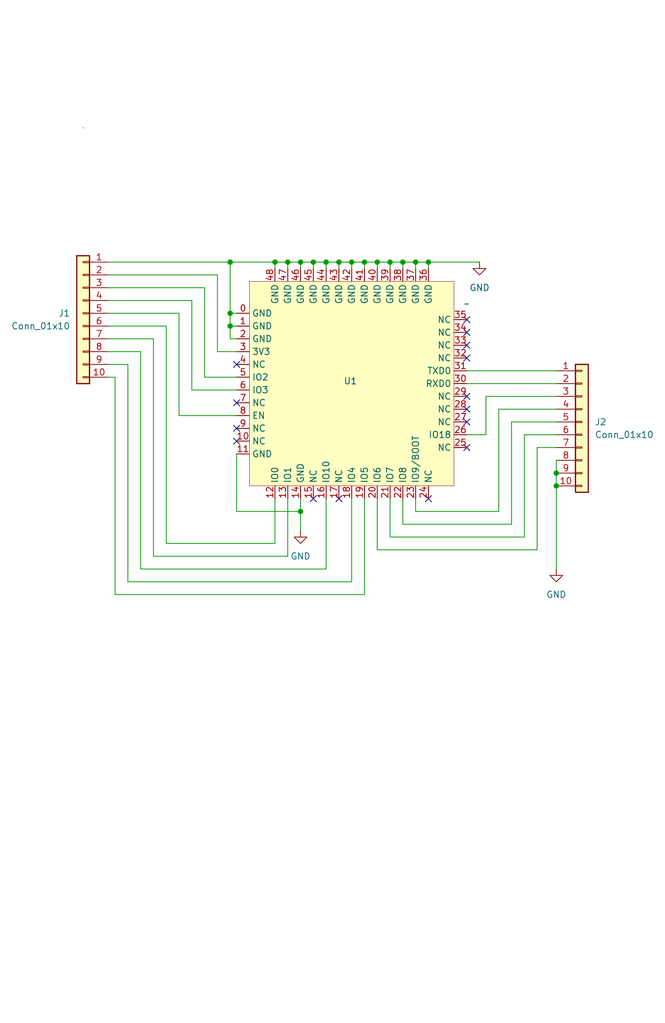
<source format=kicad_sch>
(kicad_sch (version 20231120) (generator "eeschema") (generator_version "8.0")
  (paper "User" 132.08 203.2)
  (lib_symbols
    (symbol "Connector_Generic:Conn_01x10" (pin_names (offset 1.016) hide)
      (property "Reference" "J" (at 0 12.7 0))
      (property "Value" "Conn_01x10" (at 0 -15.24 0))
      (symbol "Conn_01x10_1_1"
        (rectangle (start -1.27 -12.573) (end 0 -12.827) (stroke (width 0.1524)))
        (rectangle (start -1.27 -10.033) (end 0 -10.287) (stroke (width 0.1524)))
        (rectangle (start -1.27 -7.493) (end 0 -7.747) (stroke (width 0.1524)))
        (rectangle (start -1.27 -4.953) (end 0 -5.207) (stroke (width 0.1524)))
        (rectangle (start -1.27 -2.413) (end 0 -2.667) (stroke (width 0.1524)))
        (rectangle (start -1.27 0.127) (end 0 -0.127) (stroke (width 0.1524)))
        (rectangle (start -1.27 2.667) (end 0 2.413) (stroke (width 0.1524)))
        (rectangle (start -1.27 5.207) (end 0 4.953) (stroke (width 0.1524)))
        (rectangle (start -1.27 7.747) (end 0 7.493) (stroke (width 0.1524)))
        (rectangle (start -1.27 10.287) (end 0 10.033) (stroke (width 0.1524)))
        (rectangle (start -1.27 11.43) (end 1.27 -13.97) (stroke (width 0.254)) (fill (type background)))
        (pin passive line (at -5.08 10.16 0) (length 3.81) (name "Pin_1") (number "1"))
        (pin passive line (at -5.08 -12.7 0) (length 3.81) (name "Pin_10") (number "10"))
        (pin passive line (at -5.08 7.62 0) (length 3.81) (name "Pin_2") (number "2"))
        (pin passive line (at -5.08 5.08 0) (length 3.81) (name "Pin_3") (number "3"))
        (pin passive line (at -5.08 2.54 0) (length 3.81) (name "Pin_4") (number "4"))
        (pin passive line (at -5.08 0 0) (length 3.81) (name "Pin_5") (number "5"))
        (pin passive line (at -5.08 -2.54 0) (length 3.81) (name "Pin_6") (number "6"))
        (pin passive line (at -5.08 -5.08 0) (length 3.81) (name "Pin_7") (number "7"))
        (pin passive line (at -5.08 -7.62 0) (length 3.81) (name "Pin_8") (number "8"))
        (pin passive line (at -5.08 -10.16 0) (length 3.81) (name "Pin_9") (number "9"))
      )
    )
    (symbol "ILO_sym:Espressif_ESP8684_mini"
      (property "Reference" "U" (at 0 2.54 0))
      (symbol "Espressif_ESP8684_mini_1_1"
        (rectangle (start -20.32 20.32) (end 20.32 -20.32) (stroke (width 0.0762)) (fill (type background)))
        (pin input line (at -22.86 13.97 0) (length 2.54) (name "GND") (number "0"))
        (pin input line (at -22.86 11.43 0) (length 2.54) (name "GND") (number "1"))
        (pin input line (at -22.86 -11.43 0) (length 2.54) (name "NC") (number "10"))
        (pin input line (at -22.86 -13.97 0) (length 2.54) (name "GND") (number "11"))
        (pin input line (at -15.24 -22.86 90) (length 2.54) (name "IO0") (number "12"))
        (pin input line (at -12.7 -22.86 90) (length 2.54) (name "IO1") (number "13"))
        (pin input line (at -10.16 -22.86 90) (length 2.54) (name "GND") (number "14"))
        (pin input line (at -7.62 -22.86 90) (length 2.54) (name "NC") (number "15"))
        (pin input line (at -5.08 -22.86 90) (length 2.54) (name "IO10") (number "16"))
        (pin input line (at -2.54 -22.86 90) (length 2.54) (name "NC") (number "17"))
        (pin input line (at 0 -22.86 90) (length 2.54) (name "IO4") (number "18"))
        (pin input line (at 2.54 -22.86 90) (length 2.54) (name "IO5") (number "19"))
        (pin input line (at -22.86 8.89 0) (length 2.54) (name "GND") (number "2"))
        (pin input line (at 5.08 -22.86 90) (length 2.54) (name "IO6") (number "20"))
        (pin input line (at 7.62 -22.86 90) (length 2.54) (name "IO7") (number "21"))
        (pin input line (at 10.16 -22.86 90) (length 2.54) (name "IO8") (number "22"))
        (pin input line (at 12.7 -22.86 90) (length 2.54) (name "IO9/BOOT") (number "23"))
        (pin input line (at 15.24 -22.86 90) (length 2.54) (name "NC") (number "24"))
        (pin input line (at 22.86 -12.7 180) (length 2.54) (name "NC") (number "25"))
        (pin input line (at 22.86 -10.16 180) (length 2.54) (name "IO18") (number "26"))
        (pin input line (at 22.86 -7.62 180) (length 2.54) (name "NC") (number "27"))
        (pin input line (at 22.86 -5.08 180) (length 2.54) (name "NC") (number "28"))
        (pin input line (at 22.86 -2.54 180) (length 2.54) (name "NC") (number "29"))
        (pin input line (at -22.86 6.35 0) (length 2.54) (name "3V3") (number "3"))
        (pin input line (at 22.86 0 180) (length 2.54) (name "RXD0") (number "30"))
        (pin input line (at 22.86 2.54 180) (length 2.54) (name "TXD0") (number "31"))
        (pin input line (at 22.86 5.08 180) (length 2.54) (name "NC") (number "32"))
        (pin input line (at 22.86 7.62 180) (length 2.54) (name "NC") (number "33"))
        (pin input line (at 22.86 10.16 180) (length 2.54) (name "NC") (number "34"))
        (pin input line (at 22.86 12.7 180) (length 2.54) (name "NC") (number "35"))
        (pin input line (at 15.24 22.86 270) (length 2.54) (name "GND") (number "36"))
        (pin input line (at 12.7 22.86 270) (length 2.54) (name "GND") (number "37"))
        (pin input line (at 10.16 22.86 270) (length 2.54) (name "GND") (number "38"))
        (pin input line (at 7.62 22.86 270) (length 2.54) (name "GND") (number "39"))
        (pin input line (at -22.86 3.81 0) (length 2.54) (name "NC") (number "4"))
        (pin input line (at 5.08 22.86 270) (length 2.54) (name "GND") (number "40"))
        (pin input line (at 2.54 22.86 270) (length 2.54) (name "GND") (number "41"))
        (pin input line (at 0 22.86 270) (length 2.54) (name "GND") (number "42"))
        (pin input line (at -2.54 22.86 270) (length 2.54) (name "GND") (number "43"))
        (pin input line (at -5.08 22.86 270) (length 2.54) (name "GND") (number "44"))
        (pin input line (at -7.62 22.86 270) (length 2.54) (name "GND") (number "45"))
        (pin input line (at -10.16 22.86 270) (length 2.54) (name "GND") (number "46"))
        (pin input line (at -12.7 22.86 270) (length 2.54) (name "GND") (number "47"))
        (pin input line (at -15.24 22.86 270) (length 2.54) (name "GND") (number "48"))
        (pin input line (at -22.86 1.27 0) (length 2.54) (name "IO2") (number "5"))
        (pin input line (at -22.86 -1.27 0) (length 2.54) (name "IO3") (number "6"))
        (pin input line (at -22.86 -3.81 0) (length 2.54) (name "NC") (number "7"))
        (pin input line (at -22.86 -6.35 0) (length 2.54) (name "EN") (number "8"))
        (pin input line (at -22.86 -8.89 0) (length 2.54) (name "NC") (number "9"))
      )
    )
    (symbol "power:GND" (power) (pin_numbers hide) (pin_names (offset 0) hide)
      (property "Value" "GND" (at 0 -3.81 0))
      (symbol "GND_0_1"
        (polyline (pts (xy 0 0) (xy 0 -1.27) (xy 1.27 -1.27) (xy 0 -2.54) (xy -1.27 -1.27) (xy 0 -1.27)))
      )
      (symbol "GND_1_1"
        (pin power_in line (at 0 0 270) (length 0) (name "~") (number "1"))
      )
    )
  )
  (junction (at 54.61 52.07))
  (junction (at 82.55 52.07))
  (junction (at 67.31 52.07))
  (junction (at 85.09 52.07))
  (junction (at 72.39 52.07))
  (junction (at 59.69 101.6))
  (junction (at 80.01 52.07))
  (junction (at 45.72 52.07))
  (junction (at 110.49 96.52))
  (junction (at 110.49 93.98))
  (junction (at 57.15 52.07))
  (junction (at 74.93 52.07))
  (junction (at 45.72 62.23))
  (junction (at 64.77 52.07))
  (junction (at 45.72 64.77))
  (junction (at 59.69 52.07))
  (junction (at 77.47 52.07))
  (junction (at 69.85 52.07))
  (junction (at 62.23 52.07))
  (no_connect (at 46.99 87.63))
  (no_connect (at 46.99 72.39))
  (no_connect (at 92.71 68.58))
  (no_connect (at 92.71 71.12))
  (no_connect (at 46.99 80.01))
  (no_connect (at 62.23 99.06))
  (no_connect (at 92.71 78.74))
  (no_connect (at 92.71 66.04))
  (no_connect (at 92.71 83.82))
  (no_connect (at 92.71 81.28))
  (no_connect (at 85.09 99.06))
  (no_connect (at 92.71 63.5))
  (no_connect (at 46.99 85.09))
  (no_connect (at 67.31 99.06))
  (no_connect (at 92.71 88.9))
  (wire (pts (xy 92.71 86.36) (xy 96.52 86.36)))
  (wire (pts (xy 101.6 104.14) (xy 101.6 83.82)))
  (wire (pts (xy 64.77 99.06) (xy 64.77 113.03)))
  (wire (pts (xy 69.85 115.57) (xy 25.4 115.57)))
  (wire (pts (xy 54.61 107.95) (xy 33.02 107.95)))
  (wire (pts (xy 106.68 88.9) (xy 110.49 88.9)))
  (wire (pts (xy 45.72 67.31) (xy 45.72 64.77)))
  (wire (pts (xy 82.55 99.06) (xy 82.55 101.6)))
  (wire (pts (xy 46.99 77.47) (xy 38.1 77.47)))
  (wire (pts (xy 46.99 67.31) (xy 45.72 67.31)))
  (wire (pts (xy 99.06 81.28) (xy 110.49 81.28)))
  (wire (pts (xy 43.18 69.85) (xy 43.18 54.61)))
  (wire (pts (xy 67.31 52.07) (xy 64.77 52.07)))
  (wire (pts (xy 59.69 101.6) (xy 59.69 99.06)))
  (wire (pts (xy 80.01 52.07) (xy 77.47 52.07)))
  (wire (pts (xy 77.47 99.06) (xy 77.47 106.68)))
  (wire (pts (xy 62.23 52.07) (xy 59.69 52.07)))
  (wire (pts (xy 43.18 54.61) (xy 21.59 54.61)))
  (wire (pts (xy 59.69 52.07) (xy 57.15 52.07)))
  (wire (pts (xy 72.39 52.07) (xy 69.85 52.07)))
  (wire (pts (xy 99.06 101.6) (xy 99.06 81.28)))
  (wire (pts (xy 35.56 62.23) (xy 35.56 82.55)))
  (wire (pts (xy 45.72 62.23) (xy 45.72 52.07)))
  (wire (pts (xy 85.09 52.07) (xy 82.55 52.07)))
  (wire (pts (xy 59.69 105.41) (xy 59.69 101.6)))
  (wire (pts (xy 45.72 64.77) (xy 45.72 62.23)))
  (wire (pts (xy 82.55 101.6) (xy 99.06 101.6)))
  (wire (pts (xy 67.31 52.07) (xy 67.31 53.34)))
  (wire (pts (xy 57.15 52.07) (xy 54.61 52.07)))
  (wire (pts (xy 72.39 99.06) (xy 72.39 118.11)))
  (wire (pts (xy 64.77 52.07) (xy 62.23 52.07)))
  (wire (pts (xy 106.68 109.22) (xy 106.68 88.9)))
  (wire (pts (xy 57.15 99.06) (xy 57.15 110.49)))
  (wire (pts (xy 38.1 59.69) (xy 21.59 59.69)))
  (wire (pts (xy 33.02 107.95) (xy 33.02 64.77)))
  (wire (pts (xy 77.47 52.07) (xy 74.93 52.07)))
  (wire (pts (xy 40.64 74.93) (xy 46.99 74.93)))
  (wire (pts (xy 46.99 64.77) (xy 45.72 64.77)))
  (wire (pts (xy 72.39 118.11) (xy 22.86 118.11)))
  (wire (pts (xy 77.47 52.07) (xy 77.47 53.34)))
  (wire (pts (xy 80.01 52.07) (xy 80.01 53.34)))
  (wire (pts (xy 80.01 104.14) (xy 101.6 104.14)))
  (wire (pts (xy 46.99 69.85) (xy 43.18 69.85)))
  (wire (pts (xy 64.77 113.03) (xy 27.94 113.03)))
  (wire (pts (xy 69.85 52.07) (xy 67.31 52.07)))
  (wire (pts (xy 80.01 99.06) (xy 80.01 104.14)))
  (polyline (pts (xy 16.51 25.4) (xy 16.51 25.4)))
  (wire (pts (xy 104.14 106.68) (xy 104.14 86.36)))
  (wire (pts (xy 21.59 67.31) (xy 30.48 67.31)))
  (wire (pts (xy 62.23 52.07) (xy 62.23 53.34)))
  (wire (pts (xy 40.64 57.15) (xy 40.64 74.93)))
  (wire (pts (xy 22.86 118.11) (xy 22.86 74.93)))
  (wire (pts (xy 27.94 69.85) (xy 21.59 69.85)))
  (wire (pts (xy 57.15 52.07) (xy 57.15 53.34)))
  (wire (pts (xy 57.15 110.49) (xy 30.48 110.49)))
  (wire (pts (xy 35.56 82.55) (xy 46.99 82.55)))
  (wire (pts (xy 74.93 99.06) (xy 74.93 109.22)))
  (wire (pts (xy 21.59 72.39) (xy 25.4 72.39)))
  (wire (pts (xy 96.52 78.74) (xy 110.49 78.74)))
  (wire (pts (xy 77.47 106.68) (xy 104.14 106.68)))
  (wire (pts (xy 82.55 52.07) (xy 80.01 52.07)))
  (wire (pts (xy 59.69 52.07) (xy 59.69 53.34)))
  (wire (pts (xy 110.49 93.98) (xy 110.49 96.52)))
  (wire (pts (xy 25.4 115.57) (xy 25.4 72.39)))
  (wire (pts (xy 96.52 86.36) (xy 96.52 78.74)))
  (wire (pts (xy 82.55 52.07) (xy 82.55 53.34)))
  (wire (pts (xy 69.85 99.06) (xy 69.85 115.57)))
  (wire (pts (xy 46.99 62.23) (xy 45.72 62.23)))
  (wire (pts (xy 40.64 57.15) (xy 21.59 57.15)))
  (wire (pts (xy 110.49 96.52) (xy 110.49 113.03)))
  (wire (pts (xy 101.6 83.82) (xy 110.49 83.82)))
  (wire (pts (xy 30.48 110.49) (xy 30.48 67.31)))
  (wire (pts (xy 27.94 113.03) (xy 27.94 69.85)))
  (wire (pts (xy 54.61 99.06) (xy 54.61 107.95)))
  (wire (pts (xy 104.14 86.36) (xy 110.49 86.36)))
  (wire (pts (xy 46.99 90.17) (xy 46.99 101.6)))
  (wire (pts (xy 74.93 52.07) (xy 72.39 52.07)))
  (wire (pts (xy 74.93 52.07) (xy 74.93 53.34)))
  (wire (pts (xy 54.61 52.07) (xy 45.72 52.07)))
  (wire (pts (xy 85.09 52.07) (xy 85.09 53.34)))
  (wire (pts (xy 22.86 74.93) (xy 21.59 74.93)))
  (wire (pts (xy 33.02 64.77) (xy 21.59 64.77)))
  (wire (pts (xy 21.59 52.07) (xy 45.72 52.07)))
  (wire (pts (xy 35.56 62.23) (xy 21.59 62.23)))
  (wire (pts (xy 110.49 91.44) (xy 110.49 93.98)))
  (wire (pts (xy 64.77 52.07) (xy 64.77 53.34)))
  (wire (pts (xy 38.1 77.47) (xy 38.1 59.69)))
  (wire (pts (xy 54.61 52.07) (xy 54.61 53.34)))
  (wire (pts (xy 92.71 73.66) (xy 110.49 73.66)))
  (wire (pts (xy 69.85 52.07) (xy 69.85 53.34)))
  (wire (pts (xy 85.09 52.07) (xy 95.25 52.07)))
  (wire (pts (xy 72.39 52.07) (xy 72.39 53.34)))
  (wire (pts (xy 46.99 101.6) (xy 59.69 101.6)))
  (wire (pts (xy 74.93 109.22) (xy 106.68 109.22)))
  (wire (pts (xy 92.71 76.2) (xy 110.49 76.2)))
  (symbol (lib_id "Connector_Generic:Conn_01x10") (at 16.51 62.23 0) (mirror y) (unit 1)
    (property "Reference" "J1" (at 13.97 62.2299 0) (effects (justify left)))
    (property "Value" "Conn_01x10" (at 13.97 64.7699 0) (effects (justify left)))
    (property "Footprint" "Connector_PinHeader_2.54mm:PinHeader_1x10_P2.54mm_Vertical" (effects (hide yes)))
    (property "Description" "Generic connector, single row, 01x10, script generated (kicad-library-utils/schlib/autogen/connector/)" (effects (hide yes)))
  )
  (symbol (lib_id "ILO_sym:Espressif_ESP8684_mini") (at 69.85 76.2 0) (unit 1)
    (property "Reference" "U1" (at 69.596 75.692 0))
    (property "Value" "~" (at 92.71 60.3565 0))
    (property "Footprint" "ILO_fp:Espressif_ESP32_mini" (effects (hide yes)))
    (property "Export" "1" (effects (hide yes)))
    (property "LCSC" "C3013915" (effects (hide yes)))
    (property "Mount" "1" (effects (hide yes)))
  )
  (symbol (lib_id "Connector_Generic:Conn_01x10") (at 115.57 83.82 0) (unit 1)
    (property "Reference" "J2" (at 118.11 83.8199 0) (effects (justify left)))
    (property "Value" "Conn_01x10" (at 118.11 86.3599 0) (effects (justify left)))
    (property "Footprint" "Connector_PinHeader_2.54mm:PinHeader_1x10_P2.54mm_Vertical" (effects (hide yes)))
    (property "Description" "Generic connector, single row, 01x10, script generated (kicad-library-utils/schlib/autogen/connector/)" (effects (hide yes)))
  )
  (symbol (lib_id "power:GND") (at 110.49 113.03 0) (unit 1)
    (property "Reference" "#PWR03" (effects (hide yes)))
    (property "Value" "GND" (at 110.49 118.11 0))
    (property "Description" "Power symbol creates a global label with name \"GND\" , ground" (effects (hide yes)))
  )
  (symbol (lib_id "power:GND") (at 95.25 52.07 0) (unit 1)
    (property "Reference" "#PWR01" (effects (hide yes)))
    (property "Value" "GND" (at 95.25 57.15 0))
    (property "Description" "Power symbol creates a global label with name \"GND\" , ground" (effects (hide yes)))
  )
  (symbol (lib_id "power:GND") (at 59.69 105.41 0) (unit 1)
    (property "Reference" "#PWR02" (effects (hide yes)))
    (property "Value" "GND" (at 59.69 110.49 0))
    (property "Description" "Power symbol creates a global label with name \"GND\" , ground" (effects (hide yes)))
  )
)
</source>
